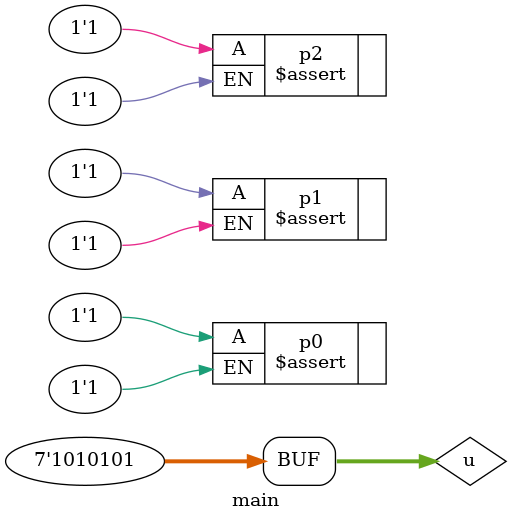
<source format=sv>
module main;

  union packed {
    bit [6:0] field1;
    bit [6:0] field2;
  } u;

  // bit-vectors can be converted without cast to packed unions
  initial u = 7'b1010101;

  // Expected to pass.
  p0: assert property ($bits(u) == 7);
  p1: assert property (u.field1 == 7'b1010101);
  p2: assert property (u.field2 == 7'b1010101);

endmodule

</source>
